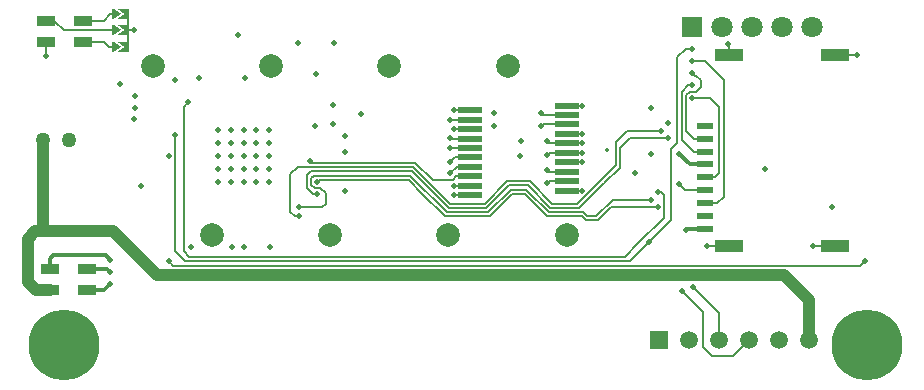
<source format=gtl>
G04*
G04 #@! TF.GenerationSoftware,Altium Limited,Altium Designer,22.8.2 (66)*
G04*
G04 Layer_Physical_Order=1*
G04 Layer_Color=255*
%FSLAX44Y44*%
%MOMM*%
G71*
G04*
G04 #@! TF.SameCoordinates,0D078035-4FBF-4C44-B062-B1887B6B3753*
G04*
G04*
G04 #@! TF.FilePolarity,Positive*
G04*
G01*
G75*
%ADD11C,0.2000*%
%ADD12C,0.3000*%
%ADD14R,2.0000X0.5000*%
%ADD15R,2.4000X1.1200*%
%ADD16R,1.4000X0.6200*%
%ADD17R,1.5000X0.9000*%
%AMCUSTOMSHAPE33*
4,1,5,0.0952,0.4064,0.0952,-0.4064,-0.9144,-0.4064,-0.3048,0.0000,-0.8636,0.4064,0.0952,0.4064,0.0*%
%ADD33CUSTOMSHAPE33*%

%AMCUSTOMSHAPE34*
4,1,5,0.0508,0.4064,0.6096,0.0000,0.0000,-0.4064,-0.2032,-0.4064,-0.2032,0.4064,0.0508,0.4064,0.0*%
%ADD34CUSTOMSHAPE34*%

%ADD35C,1.0000*%
%ADD36C,2.0000*%
%ADD37C,1.5000*%
%ADD38R,1.8000X1.8000*%
%ADD39C,1.8000*%
%ADD40R,1.5000X1.5000*%
%ADD41C,6.0000*%
%ADD42C,0.3500*%
%ADD43C,0.5000*%
%ADD44C,1.2700*%
D11*
X1192062Y895390D02*
X1220176D01*
X1220470Y895096D01*
X1182370Y885698D02*
X1192062Y895390D01*
X1257554Y954532D02*
X1273810Y938276D01*
X1247140Y954532D02*
X1257554D01*
X1273810Y839470D02*
Y938276D01*
X1247140Y944118D02*
X1249553Y941705D01*
X1250315D01*
X1249808Y928498D02*
X1253998Y932688D01*
X1250315Y941705D02*
X1253998Y938022D01*
Y932688D02*
Y938022D01*
X1244728Y928498D02*
X1249808D01*
X1242060Y925830D02*
X1244728Y928498D01*
X1243584Y933704D02*
X1247140D01*
X1238250Y928370D02*
X1243584Y933704D01*
X1241806Y964946D02*
X1246886D01*
X1234440Y957580D02*
X1241806Y964946D01*
X1242060Y895350D02*
Y925830D01*
X1012380Y868394D02*
X1027080Y853694D01*
X1044194D02*
X1047240Y856740D01*
X1027080Y853694D02*
X1044194D01*
X1247648Y763016D02*
X1269370Y741294D01*
Y718180D02*
Y741294D01*
X1256030Y712470D02*
Y741680D01*
X1238250Y759460D02*
X1256030Y741680D01*
X1179830Y836930D02*
X1212088D01*
X1165860Y822960D02*
X1179830Y836930D01*
X1185894Y880586D02*
X1194308Y889000D01*
X1171924Y850710D02*
X1185418Y864204D01*
X1185894Y864680D02*
Y880586D01*
X1185418Y864204D02*
X1185894Y864680D01*
X1182370Y866140D02*
Y885698D01*
X1149762Y833532D02*
X1182370Y866140D01*
X1194308Y889000D02*
X1226820D01*
X1147762Y830008D02*
X1151222D01*
X1171924Y850710D01*
X1126966Y830008D02*
X1147762D01*
X1128425Y833532D02*
X1149762D01*
X1140580Y876740D02*
X1153346D01*
X1153414Y876808D01*
X808990Y793496D02*
Y891540D01*
Y793496D02*
X817626Y784860D01*
X816300Y793298D02*
Y891745D01*
Y793298D02*
X821214Y788384D01*
X816300Y891745D02*
Y915360D01*
X820420Y919480D01*
X926592Y857250D02*
X1008284D01*
X924560Y849714D02*
Y855218D01*
X926592Y857250D01*
X927184Y847090D02*
X932180D01*
X924560Y849714D02*
X927184Y847090D01*
X924052Y861060D02*
X1009650D01*
X920750Y857758D02*
X924052Y861060D01*
X920750Y847163D02*
Y857758D01*
X821214Y788384D02*
X1189704D01*
Y788384D02*
X1201420Y800100D01*
X817626Y784860D02*
X1194320D01*
X1210570Y801110D02*
X1229360Y819900D01*
X1270000Y859790D02*
Y915670D01*
X1262380Y923290D02*
X1270000Y915670D01*
X1247140Y923290D02*
X1262380D01*
X1234440Y884820D02*
Y957580D01*
X1238250Y887730D02*
Y928370D01*
X807720Y781050D02*
X1389380D01*
X803910Y784860D02*
X807720Y781050D01*
X1389380D02*
X1393190Y784860D01*
X923290Y869950D02*
X924846Y868394D01*
X1104996Y842010D02*
X1124046Y822960D01*
X1153256D02*
X1156780Y819436D01*
X1124046Y822960D02*
X1153256D01*
X1158240D02*
X1165860D01*
X1154716Y826484D02*
X1158240Y822960D01*
X1092612Y852582D02*
X1107028D01*
X1109375D02*
X1128425Y833532D01*
X1107028Y852582D02*
X1109375D01*
X1107916Y849058D02*
X1126966Y830008D01*
X1042258Y833532D02*
X1071215D01*
X1090265Y852582D02*
X1092612D01*
X1071215Y833532D02*
X1090265Y852582D01*
X1040702Y830008D02*
X1072674D01*
X1091724Y849058D01*
X1107916D01*
X1039050Y826484D02*
X1074134D01*
X1093184Y845534D02*
X1106456D01*
X1074134Y826484D02*
X1093184Y845534D01*
X1075690Y822960D02*
X1094740Y842010D01*
X1037590Y822960D02*
X1075690D01*
X1094740Y842010D02*
X1104996D01*
X1107440Y844550D02*
X1125506Y826484D01*
X1106456Y845534D02*
X1107440Y844550D01*
X1018540Y842010D02*
X1037590Y822960D01*
X1006824Y853726D02*
X1018540Y842010D01*
X1125506Y826484D02*
X1154716D01*
X1256030Y712470D02*
X1263650Y704850D01*
X1281440D02*
X1294770Y718180D01*
X1263650Y704850D02*
X1281440D01*
X1277620Y969010D02*
X1277790Y968840D01*
Y959490D02*
Y968840D01*
X1156780Y819436D02*
X1164876D01*
X1178274Y830390D02*
X1217930D01*
X1164876Y819436D02*
X1167320D01*
X1178274Y830390D01*
X1010920Y864870D02*
X1042258Y833532D01*
X1009650Y861060D02*
X1040702Y830008D01*
X1008284Y857250D02*
X1039050Y826484D01*
X1009936Y868394D02*
X1012380D01*
X924846D02*
X1009936D01*
X913130Y864870D02*
X1010920D01*
X929640Y852170D02*
X931196Y853726D01*
X1006824D01*
X1367790Y959490D02*
X1386410D01*
X1259170Y797990D02*
X1277790D01*
X1349170D02*
X1367790D01*
X769366Y980440D02*
X774700D01*
X769366D02*
Y994410D01*
Y966470D02*
Y980440D01*
X1140580Y916740D02*
X1153610D01*
X1241070Y844790D02*
X1257790D01*
X1235970Y849890D02*
X1241070Y844790D01*
X1229360Y819900D02*
Y879740D01*
X1234440Y884820D01*
X1268130Y833790D02*
X1273810Y839470D01*
X1257790Y833790D02*
X1268130D01*
X1266000Y855790D02*
X1270000Y859790D01*
X1257790Y855790D02*
X1266000D01*
X1242060Y895350D02*
X1248620Y888790D01*
X1257790D01*
X1238250Y887730D02*
X1248190Y877790D01*
X1257790D01*
X1223010Y821690D02*
Y840740D01*
X1201420Y800100D02*
X1223010Y821690D01*
X1194320Y784860D02*
X1210310Y800850D01*
X906780Y826770D02*
X910590Y822960D01*
X914400D01*
X906780Y826770D02*
Y858520D01*
X1220360Y843390D02*
X1223010Y840740D01*
X1218040Y843390D02*
X1220360D01*
X932180Y847090D02*
X936590Y842680D01*
Y833720D02*
Y842680D01*
X933450Y830580D02*
X936590Y833720D01*
X920750Y847163D02*
X925903Y842010D01*
X929640D01*
X914400Y830580D02*
X933450D01*
X906780Y858520D02*
X913130Y864870D01*
X1210310Y800850D02*
X1210570Y801110D01*
X753110Y966470D02*
X757428D01*
X748970Y970610D02*
X753110Y966470D01*
X731182Y970610D02*
X748970D01*
X754380Y994410D02*
X757428D01*
X748580Y988610D02*
X754380Y994410D01*
X731182Y988610D02*
X748580D01*
X715010Y980440D02*
X757428D01*
X706840Y988610D02*
X715010Y980440D01*
X700182Y988610D02*
X706840D01*
X699770Y958850D02*
X700182Y959262D01*
Y970610D01*
X1047240Y856740D02*
X1058580D01*
X1042160Y904740D02*
X1058580D01*
X1042160Y859280D02*
X1047620Y864740D01*
X1058580D01*
X1042160Y868740D02*
X1046160Y872740D01*
X1058580D01*
X1042160Y880740D02*
X1058580D01*
X1042930Y888740D02*
X1058580D01*
X1042160Y889510D02*
X1042930Y888740D01*
X1045550Y840740D02*
X1058580D01*
X1045550Y848740D02*
X1058580D01*
X1045550Y912740D02*
X1058580D01*
X1045550Y896740D02*
X1058580D01*
X1140580Y868740D02*
X1153610D01*
X1140580Y844740D02*
X1153610D01*
X1140580Y892740D02*
X1153610D01*
X1140580Y884740D02*
X1153610D01*
X1125660Y876740D02*
X1140580D01*
X1123950Y875030D02*
X1125660Y876740D01*
X1125670Y884740D02*
X1140580D01*
X1123950Y886460D02*
X1125670Y884740D01*
X1125790Y852740D02*
X1140580D01*
X1123950Y850900D02*
X1125790Y852740D01*
X1125540Y860740D02*
X1140580D01*
X1123950Y862330D02*
X1125540Y860740D01*
X1118870Y899160D02*
X1120450Y900740D01*
X1140580D01*
X1118870Y910590D02*
X1120720Y908740D01*
X1140580D01*
D12*
X734320Y760620D02*
X749190D01*
X754380Y765810D01*
X751730Y778620D02*
X754380Y775970D01*
X734320Y778620D02*
X751730D01*
X703320D02*
Y787140D01*
X706120Y789940D01*
X750570D01*
X754380Y786130D01*
X1242320Y811790D02*
X1257790D01*
X1242060Y811530D02*
X1242320Y811790D01*
X1244810Y866790D02*
X1257790D01*
X1235710Y875890D02*
X1244810Y866790D01*
D14*
X1140580Y916740D02*
D03*
Y908740D02*
D03*
Y900740D02*
D03*
Y892740D02*
D03*
Y884740D02*
D03*
X1058580Y840740D02*
D03*
Y848740D02*
D03*
Y856740D02*
D03*
Y864740D02*
D03*
Y872740D02*
D03*
Y880740D02*
D03*
Y888740D02*
D03*
Y896740D02*
D03*
Y904740D02*
D03*
X1140580Y876740D02*
D03*
Y868740D02*
D03*
Y860740D02*
D03*
Y852740D02*
D03*
Y844740D02*
D03*
X1058580Y912740D02*
D03*
D15*
X1367790Y959490D02*
D03*
X1277790D02*
D03*
X1367790Y797990D02*
D03*
X1277790D02*
D03*
D16*
X1257790Y866790D02*
D03*
Y811790D02*
D03*
Y833790D02*
D03*
Y844790D02*
D03*
Y855790D02*
D03*
Y877790D02*
D03*
Y888790D02*
D03*
Y822790D02*
D03*
Y899790D02*
D03*
D17*
X700182Y988610D02*
D03*
X731182Y970610D02*
D03*
Y988610D02*
D03*
X700182Y970610D02*
D03*
X734320Y778620D02*
D03*
Y760620D02*
D03*
X703320Y778620D02*
D03*
Y760620D02*
D03*
D33*
X769366Y994410D02*
D03*
Y966470D02*
D03*
Y980440D02*
D03*
D34*
X757428Y994410D02*
D03*
Y966470D02*
D03*
Y980440D02*
D03*
D35*
X793750Y773430D02*
X813687D01*
X814550D02*
X814647Y773526D01*
X756920Y810260D02*
X793750Y773430D01*
X813687D02*
X814550D01*
X814647Y773526D02*
X1324514D01*
X1345570Y752470D01*
X697230Y810260D02*
X756920D01*
X691019Y760591D02*
X703291D01*
X703320Y760620D01*
X690880Y810260D02*
X697230D01*
X684530Y803910D02*
X690880Y810260D01*
X684530Y767080D02*
Y803910D01*
Y767080D02*
X691019Y760591D01*
X697230Y810260D02*
Y887730D01*
X1345570Y718180D02*
Y752470D01*
D36*
X790580Y949990D02*
D03*
X890580D02*
D03*
X990580D02*
D03*
X1090580D02*
D03*
X1040580Y807490D02*
D03*
X1140580D02*
D03*
X940580D02*
D03*
X840580D02*
D03*
D37*
X1243970Y718180D02*
D03*
X1269370D02*
D03*
X1294770D02*
D03*
X1320170D02*
D03*
X1345570D02*
D03*
D38*
X1247140Y982980D02*
D03*
D39*
X1323340D02*
D03*
X1348740D02*
D03*
X1297940D02*
D03*
X1272540D02*
D03*
D40*
X1218570Y718180D02*
D03*
D41*
X1395010Y713740D02*
D03*
X715010D02*
D03*
D42*
X1174750Y878840D02*
D03*
D43*
X1365250Y830580D02*
D03*
X1198880Y859536D02*
D03*
X1220470Y895350D02*
D03*
X1247140Y964946D02*
D03*
X1247648Y763016D02*
D03*
X1238250Y759460D02*
D03*
X1212088Y836930D02*
D03*
X1153414Y876808D02*
D03*
X927354Y899668D02*
D03*
X1118870Y910590D02*
D03*
Y899160D02*
D03*
X1123950Y862330D02*
D03*
Y850900D02*
D03*
Y886460D02*
D03*
Y875030D02*
D03*
X1153610Y884740D02*
D03*
Y892740D02*
D03*
Y844740D02*
D03*
Y868740D02*
D03*
X1045550Y896740D02*
D03*
Y912740D02*
D03*
Y848740D02*
D03*
Y840740D02*
D03*
X1042160Y868740D02*
D03*
Y880740D02*
D03*
Y889510D02*
D03*
Y904740D02*
D03*
Y859280D02*
D03*
X700182Y958850D02*
D03*
X1235710Y875890D02*
D03*
X1242060Y811530D02*
D03*
X914400Y822960D02*
D03*
Y830580D02*
D03*
X808990Y891540D02*
D03*
X1210570Y801110D02*
D03*
X820420Y919480D02*
D03*
X929640Y852170D02*
D03*
Y842010D02*
D03*
X1217930Y830390D02*
D03*
X1218040Y843390D02*
D03*
X754380Y786130D02*
D03*
Y775970D02*
D03*
Y765810D02*
D03*
X1101344Y874268D02*
D03*
X1102290Y886460D02*
D03*
X1078830Y899160D02*
D03*
Y910590D02*
D03*
X1212180Y875890D02*
D03*
Y914400D02*
D03*
X1393190Y784860D02*
D03*
X1247140Y944118D02*
D03*
Y933704D02*
D03*
Y923290D02*
D03*
Y954532D02*
D03*
X1235970Y849890D02*
D03*
X1226820Y901890D02*
D03*
X1153610Y916740D02*
D03*
X943010Y901065D02*
D03*
X953170Y890778D02*
D03*
X943010Y916940D02*
D03*
X928370Y943010D02*
D03*
X943610Y969470D02*
D03*
X913130D02*
D03*
X868680Y940400D02*
D03*
X808990Y937930D02*
D03*
X774700Y904910D02*
D03*
X829310Y940400D02*
D03*
X775300Y924560D02*
D03*
Y914400D02*
D03*
X822960Y796890D02*
D03*
X803910Y873760D02*
D03*
X780380Y848360D02*
D03*
X774700Y980440D02*
D03*
X1308660Y862890D02*
D03*
X1349170Y797990D02*
D03*
X1259170D02*
D03*
X1386410Y959490D02*
D03*
X953170Y844760D02*
D03*
X966470Y909320D02*
D03*
X762600Y934720D02*
D03*
X889550Y796710D02*
D03*
X856940D02*
D03*
X867100D02*
D03*
X1226820Y889000D02*
D03*
X1277620Y969010D02*
D03*
X862330Y976030D02*
D03*
X923290Y869950D02*
D03*
X803910Y784860D02*
D03*
X953170Y877570D02*
D03*
X889050Y896040D02*
D03*
X878050D02*
D03*
X867050D02*
D03*
X856050D02*
D03*
X845050D02*
D03*
X889050Y885040D02*
D03*
X878050D02*
D03*
X867050D02*
D03*
X856050D02*
D03*
X845050D02*
D03*
X889050Y874040D02*
D03*
X878050D02*
D03*
X867050D02*
D03*
X856050D02*
D03*
X845050D02*
D03*
X889050Y863040D02*
D03*
X878050D02*
D03*
X867050D02*
D03*
X856050D02*
D03*
X845050D02*
D03*
X889050Y852040D02*
D03*
X878050D02*
D03*
X867050D02*
D03*
X856050D02*
D03*
X845050D02*
D03*
D44*
X697230Y887290D02*
D03*
X719650D02*
D03*
M02*

</source>
